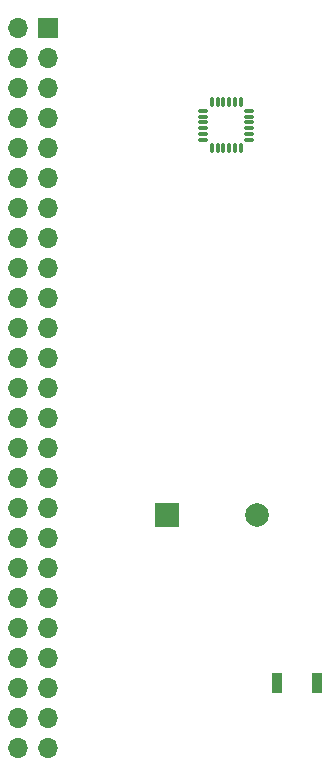
<source format=gbr>
%TF.GenerationSoftware,KiCad,Pcbnew,7.0.1-0*%
%TF.CreationDate,2023-05-31T17:03:07-06:00*%
%TF.ProjectId,STM32f4 Motion Sensor Shield,53544d33-3266-4342-904d-6f74696f6e20,rev?*%
%TF.SameCoordinates,Original*%
%TF.FileFunction,Soldermask,Top*%
%TF.FilePolarity,Negative*%
%FSLAX46Y46*%
G04 Gerber Fmt 4.6, Leading zero omitted, Abs format (unit mm)*
G04 Created by KiCad (PCBNEW 7.0.1-0) date 2023-05-31 17:03:07*
%MOMM*%
%LPD*%
G01*
G04 APERTURE LIST*
G04 Aperture macros list*
%AMRoundRect*
0 Rectangle with rounded corners*
0 $1 Rounding radius*
0 $2 $3 $4 $5 $6 $7 $8 $9 X,Y pos of 4 corners*
0 Add a 4 corners polygon primitive as box body*
4,1,4,$2,$3,$4,$5,$6,$7,$8,$9,$2,$3,0*
0 Add four circle primitives for the rounded corners*
1,1,$1+$1,$2,$3*
1,1,$1+$1,$4,$5*
1,1,$1+$1,$6,$7*
1,1,$1+$1,$8,$9*
0 Add four rect primitives between the rounded corners*
20,1,$1+$1,$2,$3,$4,$5,0*
20,1,$1+$1,$4,$5,$6,$7,0*
20,1,$1+$1,$6,$7,$8,$9,0*
20,1,$1+$1,$8,$9,$2,$3,0*%
G04 Aperture macros list end*
%ADD10RoundRect,0.075000X0.075000X-0.350000X0.075000X0.350000X-0.075000X0.350000X-0.075000X-0.350000X0*%
%ADD11RoundRect,0.075000X-0.350000X-0.075000X0.350000X-0.075000X0.350000X0.075000X-0.350000X0.075000X0*%
%ADD12R,0.900000X1.700000*%
%ADD13R,1.700000X1.700000*%
%ADD14O,1.700000X1.700000*%
%ADD15C,2.000000*%
%ADD16R,2.000000X2.000000*%
G04 APERTURE END LIST*
D10*
%TO.C,U1*%
X178000000Y-61250000D03*
X178500000Y-61250000D03*
X179000000Y-61250000D03*
X179500000Y-61250000D03*
X180000000Y-61250000D03*
X180500000Y-61250000D03*
D11*
X181200000Y-61950000D03*
X181200000Y-62450000D03*
X181200000Y-62950000D03*
X181200000Y-63450000D03*
X181200000Y-63950000D03*
X181200000Y-64450000D03*
D10*
X180500000Y-65150000D03*
X180000000Y-65150000D03*
X179500000Y-65150000D03*
X179000000Y-65150000D03*
X178500000Y-65150000D03*
X178000000Y-65150000D03*
D11*
X177300000Y-64450000D03*
X177300000Y-63950000D03*
X177300000Y-63450000D03*
X177300000Y-62950000D03*
X177300000Y-62450000D03*
X177300000Y-61950000D03*
%TD*%
D12*
%TO.C,SW1*%
X183550000Y-110400000D03*
X186950000Y-110400000D03*
%TD*%
D13*
%TO.C,J1*%
X164140000Y-54990000D03*
D14*
X161600000Y-54990000D03*
X164140000Y-57530000D03*
X161600000Y-57530000D03*
X164140000Y-60070000D03*
X161600000Y-60070000D03*
X164140000Y-62610000D03*
X161600000Y-62610000D03*
X164140000Y-65150000D03*
X161600000Y-65150000D03*
X164140000Y-67690000D03*
X161600000Y-67690000D03*
X164140000Y-70230000D03*
X161600000Y-70230000D03*
X164140000Y-72770000D03*
X161600000Y-72770000D03*
X164140000Y-75310000D03*
X161600000Y-75310000D03*
X164140000Y-77850000D03*
X161600000Y-77850000D03*
X164140000Y-80390000D03*
X161600000Y-80390000D03*
X164140000Y-82930000D03*
X161600000Y-82930000D03*
X164140000Y-85470000D03*
X161600000Y-85470000D03*
X164140000Y-88010000D03*
X161600000Y-88010000D03*
X164140000Y-90550000D03*
X161600000Y-90550000D03*
X164140000Y-93090000D03*
X161600000Y-93090000D03*
X164140000Y-95630000D03*
X161600000Y-95630000D03*
X164140000Y-98170000D03*
X161600000Y-98170000D03*
X164140000Y-100710000D03*
X161600000Y-100710000D03*
X164140000Y-103250000D03*
X161600000Y-103250000D03*
X164140000Y-105790000D03*
X161600000Y-105790000D03*
X164140000Y-108330000D03*
X161600000Y-108330000D03*
X164140000Y-110870000D03*
X161600000Y-110870000D03*
X164140000Y-113410000D03*
X161600000Y-113410000D03*
X164140000Y-115950000D03*
X161600000Y-115950000D03*
%TD*%
D15*
%TO.C,BZ1*%
X181850000Y-96200000D03*
D16*
X174250000Y-96200000D03*
%TD*%
M02*

</source>
